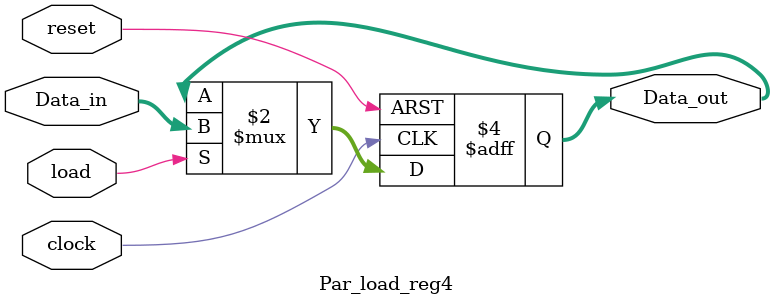
<source format=v>
/****************************************************************************************

	File name    : 
	LastEditors  : H
	LastEditTime : 2021-10-26 12:22:01
	Last Version : 1.0
	Description  : this is the simplest parallel load reg 
	
	----------------------------------------------------------------------------------------
	
	Author       : H
	Date         : 2021-10-26 12:21:58
	FilePath     : \Verilog_HDL\Par_load_reg4
	Copyright 2021 H, All Rights Reserved. 

****************************************************************************************/
module Par_load_reg4 #(parameter word_size = 4)(
	// System Clock


	// User Interface
	output	reg	[word_size - 1 : 0] 	Data_out,
	input		[word_size - 1 : 0] 	Data_in,
	input								load,clock,reset
);

	always @(posedge clock or posedge reset) begin
		if(reset)begin
			Data_out <= {word_size{1'b0}};
		end
		else if (load) begin
			Data_out <= Data_in;
		end
	end
endmodule

</source>
